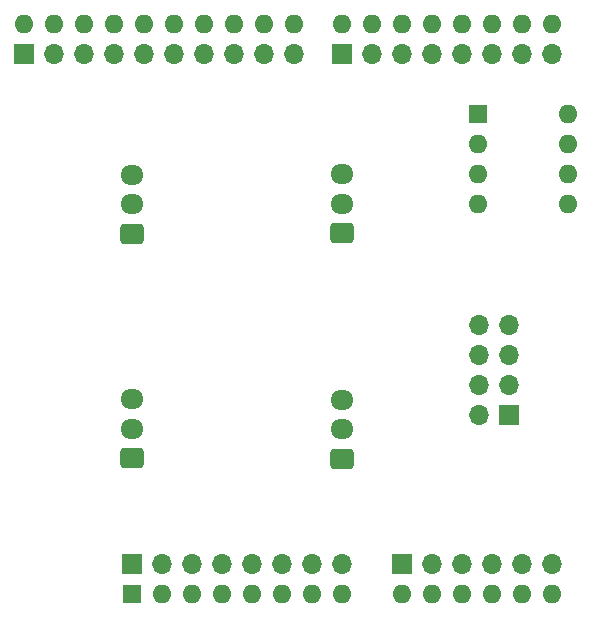
<source format=gbr>
%TF.GenerationSoftware,KiCad,Pcbnew,8.0.1*%
%TF.CreationDate,2024-03-27T15:45:16+09:00*%
%TF.ProjectId,STEP200-switch-id-shield,53544550-3230-4302-9d73-77697463682d,rev?*%
%TF.SameCoordinates,Original*%
%TF.FileFunction,Soldermask,Bot*%
%TF.FilePolarity,Negative*%
%FSLAX46Y46*%
G04 Gerber Fmt 4.6, Leading zero omitted, Abs format (unit mm)*
G04 Created by KiCad (PCBNEW 8.0.1) date 2024-03-27 15:45:16*
%MOMM*%
%LPD*%
G01*
G04 APERTURE LIST*
G04 Aperture macros list*
%AMRoundRect*
0 Rectangle with rounded corners*
0 $1 Rounding radius*
0 $2 $3 $4 $5 $6 $7 $8 $9 X,Y pos of 4 corners*
0 Add a 4 corners polygon primitive as box body*
4,1,4,$2,$3,$4,$5,$6,$7,$8,$9,$2,$3,0*
0 Add four circle primitives for the rounded corners*
1,1,$1+$1,$2,$3*
1,1,$1+$1,$4,$5*
1,1,$1+$1,$6,$7*
1,1,$1+$1,$8,$9*
0 Add four rect primitives between the rounded corners*
20,1,$1+$1,$2,$3,$4,$5,0*
20,1,$1+$1,$4,$5,$6,$7,0*
20,1,$1+$1,$6,$7,$8,$9,0*
20,1,$1+$1,$8,$9,$2,$3,0*%
G04 Aperture macros list end*
%ADD10RoundRect,0.250000X0.725000X-0.600000X0.725000X0.600000X-0.725000X0.600000X-0.725000X-0.600000X0*%
%ADD11O,1.950000X1.700000*%
%ADD12R,1.700000X1.700000*%
%ADD13O,1.700000X1.700000*%
%ADD14R,1.600000X1.600000*%
%ADD15O,1.600000X1.600000*%
G04 APERTURE END LIST*
D10*
%TO.C,J8*%
X142240000Y-109220000D03*
D11*
X142240000Y-106720000D03*
X142240000Y-104220000D03*
%TD*%
D12*
%TO.C,J2*%
X142240000Y-137160000D03*
D13*
X144780000Y-137160000D03*
X147320000Y-137160000D03*
X149860000Y-137160000D03*
X152400000Y-137160000D03*
X154940000Y-137160000D03*
X157480000Y-137160000D03*
X160020000Y-137160000D03*
%TD*%
D10*
%TO.C,J5*%
X160020000Y-128270000D03*
D11*
X160020000Y-125770000D03*
X160020000Y-123270000D03*
%TD*%
D10*
%TO.C,J9*%
X142240000Y-128230000D03*
D11*
X142240000Y-125730000D03*
X142240000Y-123230000D03*
%TD*%
D12*
%TO.C,J1*%
X160020000Y-93980000D03*
D13*
X162560000Y-93980000D03*
X165100000Y-93980000D03*
X167640000Y-93980000D03*
X170180000Y-93980000D03*
X172720000Y-93980000D03*
X175260000Y-93980000D03*
X177800000Y-93980000D03*
%TD*%
D10*
%TO.C,J7*%
X160020000Y-109180000D03*
D11*
X160020000Y-106680000D03*
X160020000Y-104180000D03*
%TD*%
D12*
%TO.C,J4*%
X133096000Y-93980000D03*
D13*
X135636000Y-93980000D03*
X138176000Y-93980000D03*
X140716000Y-93980000D03*
X143256000Y-93980000D03*
X145796000Y-93980000D03*
X148336000Y-93980000D03*
X150876000Y-93980000D03*
X153416000Y-93980000D03*
X155956000Y-93980000D03*
%TD*%
D14*
%TO.C,SW1*%
X171492500Y-99070000D03*
D15*
X171492500Y-101610000D03*
X171492500Y-104150000D03*
X171492500Y-106690000D03*
X179112500Y-106690000D03*
X179112500Y-104150000D03*
X179112500Y-101610000D03*
X179112500Y-99070000D03*
%TD*%
D12*
%TO.C,J3*%
X165100000Y-137160000D03*
D13*
X167640000Y-137160000D03*
X170180000Y-137160000D03*
X172720000Y-137160000D03*
X175260000Y-137160000D03*
X177800000Y-137160000D03*
%TD*%
D14*
%TO.C,A1*%
X142240000Y-139700000D03*
D15*
X144780000Y-139700000D03*
X147320000Y-139700000D03*
X149860000Y-139700000D03*
X152400000Y-139700000D03*
X154940000Y-139700000D03*
X157480000Y-139700000D03*
X160020000Y-139700000D03*
X165100000Y-139700000D03*
X167640000Y-139700000D03*
X170180000Y-139700000D03*
X172720000Y-139700000D03*
X175260000Y-139700000D03*
X177800000Y-139700000D03*
X177800000Y-91440000D03*
X175260000Y-91440000D03*
X172720000Y-91440000D03*
X170180000Y-91440000D03*
X167640000Y-91440000D03*
X165100000Y-91440000D03*
X162560000Y-91440000D03*
X160020000Y-91440000D03*
X155960000Y-91440000D03*
X153420000Y-91440000D03*
X150880000Y-91440000D03*
X148340000Y-91440000D03*
X145800000Y-91440000D03*
X143260000Y-91440000D03*
X140720000Y-91440000D03*
X138180000Y-91440000D03*
X135640000Y-91440000D03*
X133100000Y-91440000D03*
%TD*%
D12*
%TO.C,J6*%
X174150000Y-124560000D03*
D13*
X171610000Y-124560000D03*
X174150000Y-122020000D03*
X171610000Y-122020000D03*
X174150000Y-119480000D03*
X171610000Y-119480000D03*
X174150000Y-116940000D03*
X171610000Y-116940000D03*
%TD*%
M02*

</source>
